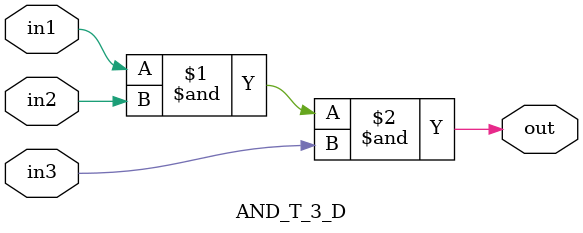
<source format=v>
`timescale 1ns / 1ps

`define	D		10	// definition of the delay

// Delayed AND gate

module AND_T_3_D(out, in1, in2, in3);

input in1, in2, in3;
output out;

and		#`D		and1(out, in1, in2, in3);


endmodule

</source>
